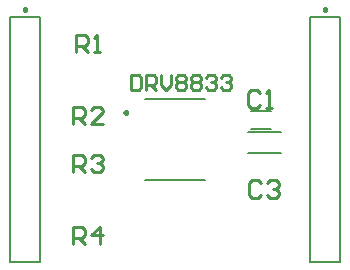
<source format=gbr>
%FSTAX23Y23*%
%MOIN*%
%SFA1B1*%

%IPPOS*%
%ADD10C,0.009840*%
%ADD11C,0.007870*%
%ADD12C,0.010000*%
%LNdrv8833_dev_legend_top-1*%
%LPD*%
G54D10*
X00401Y00509D02*
D01*
X00401Y00509*
X00401Y0051*
X00401Y0051*
X00401Y0051*
X00401Y00511*
X004Y00511*
X004Y00511*
X004Y00512*
X004Y00512*
X004Y00512*
X004Y00512*
X00399Y00513*
X00399Y00513*
X00399Y00513*
X00398Y00513*
X00398Y00513*
X00398Y00514*
X00398Y00514*
X00397Y00514*
X00397Y00514*
X00397Y00514*
X00396Y00514*
X00396*
X00395Y00514*
X00395Y00514*
X00395Y00514*
X00394Y00514*
X00394Y00514*
X00394Y00513*
X00394Y00513*
X00393Y00513*
X00393Y00513*
X00393Y00513*
X00392Y00512*
X00392Y00512*
X00392Y00512*
X00392Y00512*
X00392Y00511*
X00391Y00511*
X00391Y00511*
X00391Y0051*
X00391Y0051*
X00391Y0051*
X00391Y00509*
X00391Y00509*
X00391Y00509*
X00391Y00508*
X00391Y00508*
X00391Y00508*
X00391Y00507*
X00391Y00507*
X00392Y00507*
X00392Y00506*
X00392Y00506*
X00392Y00506*
X00392Y00506*
X00393Y00505*
X00393Y00505*
X00393Y00505*
X00394Y00505*
X00394Y00505*
X00394Y00505*
X00394Y00504*
X00395Y00504*
X00395Y00504*
X00395Y00504*
X00396Y00504*
X00396*
X00397Y00504*
X00397Y00504*
X00397Y00504*
X00398Y00504*
X00398Y00505*
X00398Y00505*
X00398Y00505*
X00399Y00505*
X00399Y00505*
X00399Y00505*
X004Y00506*
X004Y00506*
X004Y00506*
X004Y00506*
X004Y00507*
X004Y00507*
X00401Y00507*
X00401Y00508*
X00401Y00508*
X00401Y00508*
X00401Y00509*
X00401Y00509*
X01064Y00853D02*
D01*
X01064Y00853*
X01064Y00854*
X01064Y00854*
X01064Y00854*
X01064Y00855*
X01064Y00855*
X01064Y00855*
X01064Y00856*
X01063Y00856*
X01063Y00856*
X01063Y00856*
X01063Y00857*
X01063Y00857*
X01062Y00857*
X01062Y00857*
X01062Y00857*
X01061Y00858*
X01061Y00858*
X01061Y00858*
X0106Y00858*
X0106Y00858*
X0106Y00858*
X01059*
X01059Y00858*
X01059Y00858*
X01058Y00858*
X01058Y00858*
X01058Y00858*
X01057Y00857*
X01057Y00857*
X01057Y00857*
X01056Y00857*
X01056Y00857*
X01056Y00856*
X01056Y00856*
X01056Y00856*
X01055Y00856*
X01055Y00855*
X01055Y00855*
X01055Y00855*
X01055Y00854*
X01055Y00854*
X01055Y00854*
X01055Y00853*
X01055Y00853*
X01055Y00853*
X01055Y00852*
X01055Y00852*
X01055Y00852*
X01055Y00851*
X01055Y00851*
X01055Y00851*
X01055Y0085*
X01056Y0085*
X01056Y0085*
X01056Y0085*
X01056Y00849*
X01056Y00849*
X01057Y00849*
X01057Y00849*
X01057Y00849*
X01058Y00848*
X01058Y00848*
X01058Y00848*
X01059Y00848*
X01059Y00848*
X01059Y00848*
X0106*
X0106Y00848*
X0106Y00848*
X01061Y00848*
X01061Y00848*
X01061Y00848*
X01062Y00849*
X01062Y00849*
X01062Y00849*
X01063Y00849*
X01063Y00849*
X01063Y0085*
X01063Y0085*
X01063Y0085*
X01064Y0085*
X01064Y00851*
X01064Y00851*
X01064Y00851*
X01064Y00852*
X01064Y00852*
X01064Y00852*
X01064Y00853*
X01064Y00853*
X00064D02*
D01*
X00064Y00853*
X00064Y00854*
X00064Y00854*
X00064Y00854*
X00064Y00855*
X00064Y00855*
X00064Y00855*
X00064Y00856*
X00063Y00856*
X00063Y00856*
X00063Y00856*
X00063Y00857*
X00063Y00857*
X00062Y00857*
X00062Y00857*
X00062Y00857*
X00061Y00858*
X00061Y00858*
X00061Y00858*
X0006Y00858*
X0006Y00858*
X0006Y00858*
X00059*
X00059Y00858*
X00059Y00858*
X00058Y00858*
X00058Y00858*
X00058Y00858*
X00057Y00857*
X00057Y00857*
X00057Y00857*
X00056Y00857*
X00056Y00857*
X00056Y00856*
X00056Y00856*
X00056Y00856*
X00055Y00856*
X00055Y00855*
X00055Y00855*
X00055Y00855*
X00055Y00854*
X00055Y00854*
X00055Y00854*
X00055Y00853*
X00055Y00853*
X00055Y00853*
X00055Y00852*
X00055Y00852*
X00055Y00852*
X00055Y00851*
X00055Y00851*
X00055Y00851*
X00055Y0085*
X00056Y0085*
X00056Y0085*
X00056Y0085*
X00056Y00849*
X00056Y00849*
X00057Y00849*
X00057Y00849*
X00057Y00849*
X00058Y00848*
X00058Y00848*
X00058Y00848*
X00059Y00848*
X00059Y00848*
X00059Y00848*
X0006*
X0006Y00848*
X0006Y00848*
X00061Y00848*
X00061Y00848*
X00061Y00848*
X00062Y00849*
X00062Y00849*
X00062Y00849*
X00063Y00849*
X00063Y00849*
X00063Y0085*
X00063Y0085*
X00063Y0085*
X00064Y0085*
X00064Y00851*
X00064Y00851*
X00064Y00851*
X00064Y00852*
X00064Y00852*
X00064Y00852*
X00064Y00853*
X00064Y00853*
G54D11*
X00461Y00555D02*
X00658D01*
X00461Y00284D02*
X00658D01*
X00813Y00514D02*
X0088D01*
X00813Y00455D02*
X0088D01*
X00803Y00374D02*
X00913D01*
X00803Y00445D02*
X00913D01*
X01008Y00829D02*
X01111D01*
X01008Y0001D02*
Y00829D01*
Y0001D02*
X01111D01*
Y00829*
X00008D02*
X00111D01*
X00008Y0001D02*
Y00829D01*
Y0001D02*
X00111D01*
Y00829*
G54D12*
X00413Y00634D02*
Y00585D01*
X00438*
X00446Y00593*
Y00626*
X00438Y00634*
X00413*
X00463Y00585D02*
Y00634D01*
X00488*
X00496Y00626*
Y0061*
X00488Y00601*
X00463*
X0048D02*
X00496Y00585D01*
X00513Y00634D02*
Y00601D01*
X0053Y00585*
X00546Y00601*
Y00634*
X00563Y00626D02*
X00571Y00634D01*
X00588*
X00596Y00626*
Y00618*
X00588Y0061*
X00596Y00601*
Y00593*
X00588Y00585*
X00571*
X00563Y00593*
Y00601*
X00571Y0061*
X00563Y00618*
Y00626*
X00571Y0061D02*
X00588D01*
X00613Y00626D02*
X00621Y00634D01*
X00638*
X00646Y00626*
Y00618*
X00638Y0061*
X00646Y00601*
Y00593*
X00638Y00585*
X00621*
X00613Y00593*
Y00601*
X00621Y0061*
X00613Y00618*
Y00626*
X00621Y0061D02*
X00638D01*
X00663Y00626D02*
X00671Y00634D01*
X00688*
X00696Y00626*
Y00618*
X00688Y0061*
X00679*
X00688*
X00696Y00601*
Y00593*
X00688Y00585*
X00671*
X00663Y00593*
X00713Y00626D02*
X00721Y00634D01*
X00738*
X00746Y00626*
Y00618*
X00738Y0061*
X00729*
X00738*
X00746Y00601*
Y00593*
X00738Y00585*
X00721*
X00713Y00593*
X00218Y0007D02*
Y00129D01*
X00248*
X00258Y00119*
Y001*
X00248Y0009*
X00218*
X00238D02*
X00258Y0007D01*
X00308D02*
Y00129D01*
X00278Y001*
X00318*
X0022Y0031D02*
Y00369D01*
X0025*
X0026Y00359*
Y0034*
X0025Y0033*
X0022*
X0024D02*
X0026Y0031D01*
X0028Y00359D02*
X00289Y00369D01*
X00309*
X00319Y00359*
Y0035*
X00309Y0034*
X00299*
X00309*
X00319Y0033*
Y0032*
X00309Y0031*
X00289*
X0028Y0032*
X00221Y0047D02*
Y00529D01*
X00251*
X00261Y00519*
Y005*
X00251Y0049*
X00221*
X00241D02*
X00261Y0047D01*
X00321D02*
X00281D01*
X00321Y0051*
Y00519*
X00311Y00529*
X00291*
X00281Y00519*
X0023Y0071D02*
Y00769D01*
X0026*
X0027Y00759*
Y0074*
X0026Y0073*
X0023*
X0025D02*
X0027Y0071D01*
X00289D02*
X00309D01*
X00299*
Y00769*
X00289Y00759*
X00846Y00275D02*
X00836Y00285D01*
X00816*
X00806Y00275*
Y00235*
X00816Y00225*
X00836*
X00846Y00235*
X00866Y00275D02*
X00876Y00285D01*
X00896*
X00906Y00275*
Y00265*
X00896Y00255*
X00886*
X00896*
X00906Y00245*
Y00235*
X00896Y00225*
X00876*
X00866Y00235*
X00843Y00574D02*
X00833Y00584D01*
X00813*
X00803Y00574*
Y00535*
X00813Y00525*
X00833*
X00843Y00535*
X00863Y00525D02*
X00883D01*
X00873*
Y00584*
X00863Y00574*
M02*
</source>
